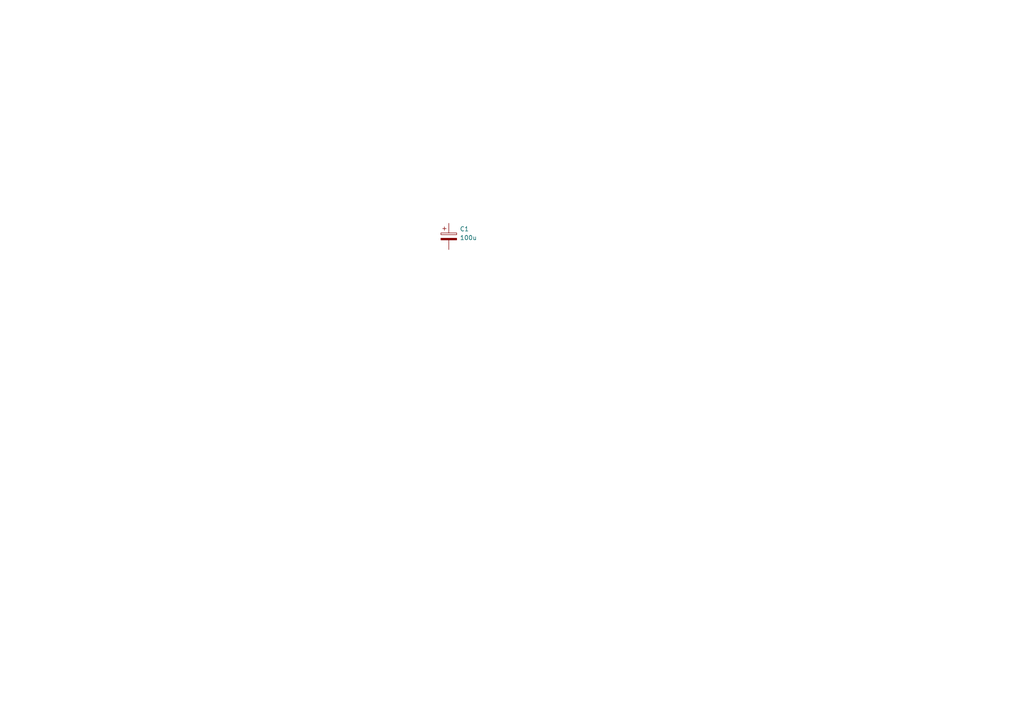
<source format=kicad_sch>
(kicad_sch (version 20231120) (generator "eeschema") (generator_version "8.0")
  (paper "A4")
  (lib_symbols
    (symbol "Device:C_Polarized" (pin_numbers hide) (pin_names (offset 0.254))
      (property "Reference" "C" (at 0.635 2.54 0))
      (property "Value" "C_Polarized" (at 0.635 -2.54 0))
      (symbol "C_Polarized_0_1"
        (rectangle (start -2.286 0.508) (end 2.286 1.016))
        (polyline (pts (xy -1.778 2.286) (xy -0.762 2.286)))
        (polyline (pts (xy -1.27 2.794) (xy -1.27 1.778)))
        (rectangle (start 2.286 -0.508) (end -2.286 -1.016) (fill (type outline)))
      )
      (symbol "C_Polarized_1_1"
        (pin passive line (at 0 3.81 270) (length 2.794) (name "~") (number "1"))
        (pin passive line (at 0 -3.81 90) (length 2.794) (name "~") (number "2"))
      )
    )
  )
  (symbol (lib_id "Device:C_Polarized") (at 130.175 68.58 0) (unit 1)
    (property "Reference" "C1" (at 133.35 66.4209 0) (effects (justify left)))
    (property "Value" "100u" (at 133.35 68.9609 0) (effects (justify left)))
    (property "Footprint" "Capacitor_SMD:CP_Elec_6.3x7.7" (effects (hide yes)))
    (property "Description" "Polarized capacitor" (effects (hide yes)))
    (property "LCSC" "C0123456" (effects (hide yes)))
  )
)
</source>
